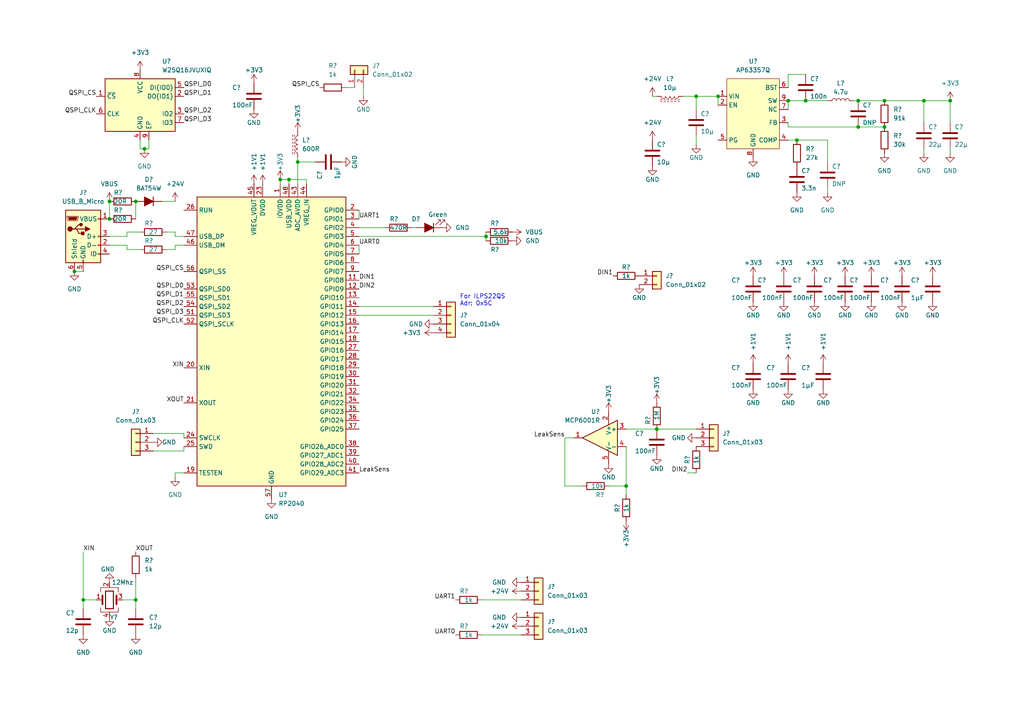
<source format=kicad_sch>
(kicad_sch (version 20211123) (generator eeschema)
  (paper "A4")
  (lib_symbols
    (symbol "Amplifier_Operational:MCP6001R" (pin_names (offset 0.127))
      (property "Reference" "U" (at 0 5.08 0))
      (property "Value" "MCP6001R" (at 0 -5.08 0))
      (symbol "MCP6001R_0_1"
        (polyline (pts (xy -5.08 5.08) (xy 5.08 0) (xy -5.08 -5.08) (xy -5.08 5.08)) (stroke (width 0.254)) (fill (type background)))
        (pin power_in line (at -2.54 7.62 270) (length 3.81) (name "V+") (number "2"))
        (pin power_in line (at -2.54 -7.62 90) (length 3.81) (name "V-") (number "5"))
      )
      (symbol "MCP6001R_1_1"
        (pin output line (at 7.62 0 180) (length 2.54) (name "~") (number "1"))
        (pin input line (at -7.62 2.54 0) (length 2.54) (name "+") (number "3"))
        (pin input line (at -7.62 -2.54 0) (length 2.54) (name "-") (number "4"))
      )
    )
    (symbol "Bergi:AP63357Q"
      (property "Reference" "U" (at -6.35 11.43 0))
      (property "Value" "AP63357Q" (at -2.54 8.89 0))
      (symbol "AP63357Q_0_1"
        (rectangle (start -7.62 7.62) (end 7.62 -12.7) (fill (type background)))
      )
      (symbol "AP63357Q_1_1"
        (pin unspecified line (at -10.16 2.54 0) (length 2.54) (name "VIN") (number "1"))
        (pin unspecified line (at -10.16 0 0) (length 2.54) (name "EN") (number "2"))
        (pin unspecified line (at 10.16 -5.08 180) (length 2.54) (name "FB") (number "3"))
        (pin unspecified line (at 10.16 -10.16 180) (length 2.54) (name "COMP") (number "4"))
        (pin unspecified line (at -10.16 -10.16 0) (length 2.54) (name "PG") (number "5"))
        (pin unspecified line (at 10.16 5.08 180) (length 2.54) (name "BST") (number "6"))
        (pin unspecified line (at 10.16 -1.27 180) (length 2.54) (name "NC") (number "7"))
        (pin unspecified line (at 0 -15.24 90) (length 2.54) (name "GND") (number "8"))
        (pin unspecified line (at 10.16 1.27 180) (length 2.54) (name "SW") (number "9"))
      )
    )
    (symbol "Bergi:W25Q16JVUXIQ"
      (property "Reference" "U" (at -8.89 8.89 0))
      (property "Value" "W25Q16JVUXIQ" (at 7.62 8.89 0))
      (symbol "W25Q16JVUXIQ_0_1"
        (rectangle (start -10.16 7.62) (end 10.16 -7.62) (stroke (width 0.254)) (fill (type background)))
      )
      (symbol "W25Q16JVUXIQ_1_1"
        (pin input line (at -12.7 2.54 0) (length 2.54) (name "~{CS}") (number "1"))
        (pin bidirectional line (at 12.7 2.54 180) (length 2.54) (name "DO(IO1)") (number "2"))
        (pin bidirectional line (at 12.7 -2.54 180) (length 2.54) (name "IO2") (number "3"))
        (pin power_in line (at 0 -10.16 90) (length 2.54) (name "GND") (number "4"))
        (pin bidirectional line (at 12.7 5.08 180) (length 2.54) (name "DI(IO0)") (number "5"))
        (pin input line (at -12.7 -2.54 0) (length 2.54) (name "CLK") (number "6"))
        (pin bidirectional line (at 12.7 -5.08 180) (length 2.54) (name "IO3") (number "7"))
        (pin power_in line (at 0 10.16 270) (length 2.54) (name "VCC") (number "8"))
        (pin passive line (at 2.54 -10.16 90) (length 2.54) (name "EP") (number "9"))
      )
    )
    (symbol "Connector:USB_B_Micro" (pin_names (offset 1.016))
      (property "Reference" "J" (at -5.08 11.43 0))
      (property "Value" "USB_B_Micro" (at -5.08 8.89 0))
      (symbol "USB_B_Micro_0_1"
        (rectangle (start -5.08 -7.62) (end 5.08 7.62) (stroke (width 0.254)) (fill (type background)))
        (circle (center -3.81 2.159) (radius 0.635) (stroke (width 0.254)) (fill (type outline)))
        (circle (center -0.635 3.429) (radius 0.381) (stroke (width 0.254)) (fill (type outline)))
        (rectangle (start -0.127 -7.62) (end 0.127 -6.858))
        (polyline (pts (xy -1.905 2.159) (xy 0.635 2.159)) (stroke (width 0.254)))
        (polyline (pts (xy -3.175 2.159) (xy -2.54 2.159) (xy -1.27 3.429) (xy -0.635 3.429)) (stroke (width 0.254)))
        (polyline (pts (xy -2.54 2.159) (xy -1.905 2.159) (xy -1.27 0.889) (xy 0 0.889)) (stroke (width 0.254)))
        (polyline (pts (xy 0.635 2.794) (xy 0.635 1.524) (xy 1.905 2.159) (xy 0.635 2.794)) (stroke (width 0.254)) (fill (type outline)))
        (polyline (pts (xy -4.318 5.588) (xy -1.778 5.588) (xy -2.032 4.826) (xy -4.064 4.826) (xy -4.318 5.588)) (fill (type outline)))
        (polyline (pts (xy -4.699 5.842) (xy -4.699 5.588) (xy -4.445 4.826) (xy -4.445 4.572) (xy -1.651 4.572) (xy -1.651 4.826) (xy -1.397 5.588) (xy -1.397 5.842) (xy -4.699 5.842)))
        (rectangle (start 0.254 1.27) (end -0.508 0.508) (stroke (width 0.254)) (fill (type outline)))
        (rectangle (start 5.08 -5.207) (end 4.318 -4.953))
        (rectangle (start 5.08 -2.667) (end 4.318 -2.413))
        (rectangle (start 5.08 -0.127) (end 4.318 0.127))
        (rectangle (start 5.08 4.953) (end 4.318 5.207))
      )
      (symbol "USB_B_Micro_1_1"
        (pin power_out line (at 7.62 5.08 180) (length 2.54) (name "VBUS") (number "1"))
        (pin bidirectional line (at 7.62 -2.54 180) (length 2.54) (name "D-") (number "2"))
        (pin bidirectional line (at 7.62 0 180) (length 2.54) (name "D+") (number "3"))
        (pin passive line (at 7.62 -5.08 180) (length 2.54) (name "ID") (number "4"))
        (pin power_out line (at 0 -10.16 90) (length 2.54) (name "GND") (number "5"))
        (pin passive line (at -2.54 -10.16 90) (length 2.54) (name "Shield") (number "6"))
      )
    )
    (symbol "Connector_Generic:Conn_01x02" (pin_names (offset 1.016) hide)
      (property "Reference" "J" (at 0 2.54 0))
      (property "Value" "Conn_01x02" (at 0 -5.08 0))
      (symbol "Conn_01x02_1_1"
        (rectangle (start -1.27 -2.413) (end 0 -2.667) (stroke (width 0.1524)))
        (rectangle (start -1.27 0.127) (end 0 -0.127) (stroke (width 0.1524)))
        (rectangle (start -1.27 1.27) (end 1.27 -3.81) (stroke (width 0.254)) (fill (type background)))
        (pin passive line (at -5.08 0 0) (length 3.81) (name "Pin_1") (number "1"))
        (pin passive line (at -5.08 -2.54 0) (length 3.81) (name "Pin_2") (number "2"))
      )
    )
    (symbol "Connector_Generic:Conn_01x03" (pin_names (offset 1.016) hide)
      (property "Reference" "J" (at 0 5.08 0))
      (property "Value" "Conn_01x03" (at 0 -5.08 0))
      (symbol "Conn_01x03_1_1"
        (rectangle (start -1.27 -2.413) (end 0 -2.667) (stroke (width 0.1524)))
        (rectangle (start -1.27 0.127) (end 0 -0.127) (stroke (width 0.1524)))
        (rectangle (start -1.27 2.667) (end 0 2.413) (stroke (width 0.1524)))
        (rectangle (start -1.27 3.81) (end 1.27 -3.81) (stroke (width 0.254)) (fill (type background)))
        (pin passive line (at -5.08 2.54 0) (length 3.81) (name "Pin_1") (number "1"))
        (pin passive line (at -5.08 0 0) (length 3.81) (name "Pin_2") (number "2"))
        (pin passive line (at -5.08 -2.54 0) (length 3.81) (name "Pin_3") (number "3"))
      )
    )
    (symbol "Connector_Generic:Conn_01x04" (pin_names (offset 1.016) hide)
      (property "Reference" "J" (at 0 5.08 0))
      (property "Value" "Conn_01x04" (at 0 -7.62 0))
      (symbol "Conn_01x04_1_1"
        (rectangle (start -1.27 -4.953) (end 0 -5.207) (stroke (width 0.1524)))
        (rectangle (start -1.27 -2.413) (end 0 -2.667) (stroke (width 0.1524)))
        (rectangle (start -1.27 0.127) (end 0 -0.127) (stroke (width 0.1524)))
        (rectangle (start -1.27 2.667) (end 0 2.413) (stroke (width 0.1524)))
        (rectangle (start -1.27 3.81) (end 1.27 -6.35) (stroke (width 0.254)) (fill (type background)))
        (pin passive line (at -5.08 2.54 0) (length 3.81) (name "Pin_1") (number "1"))
        (pin passive line (at -5.08 0 0) (length 3.81) (name "Pin_2") (number "2"))
        (pin passive line (at -5.08 -2.54 0) (length 3.81) (name "Pin_3") (number "3"))
        (pin passive line (at -5.08 -5.08 0) (length 3.81) (name "Pin_4") (number "4"))
      )
    )
    (symbol "Device:C" (pin_numbers hide) (pin_names (offset 0.254))
      (property "Reference" "C" (at 0.635 2.54 0))
      (property "Value" "C" (at 0.635 -2.54 0))
      (symbol "C_0_1"
        (polyline (pts (xy -2.032 -0.762) (xy 2.032 -0.762)) (stroke (width 0.508)))
        (polyline (pts (xy -2.032 0.762) (xy 2.032 0.762)) (stroke (width 0.508)))
      )
      (symbol "C_1_1"
        (pin passive line (at 0 3.81 270) (length 2.794) (name "~") (number "1"))
        (pin passive line (at 0 -3.81 90) (length 2.794) (name "~") (number "2"))
      )
    )
    (symbol "Device:Crystal_GND24" (pin_names (offset 1.016) hide)
      (property "Reference" "Y" (at 3.175 5.08 0))
      (property "Value" "Crystal_GND24" (at 3.175 3.175 0))
      (symbol "Crystal_GND24_0_1"
        (rectangle (start -1.143 2.54) (end 1.143 -2.54) (stroke (width 0.3048)))
        (polyline (pts (xy -2.54 0) (xy -2.032 0)))
        (polyline (pts (xy -2.032 -1.27) (xy -2.032 1.27)) (stroke (width 0.508)))
        (polyline (pts (xy 0 -3.81) (xy 0 -3.556)))
        (polyline (pts (xy 0 3.556) (xy 0 3.81)))
        (polyline (pts (xy 2.032 -1.27) (xy 2.032 1.27)) (stroke (width 0.508)))
        (polyline (pts (xy 2.032 0) (xy 2.54 0)))
        (polyline (pts (xy -2.54 -2.286) (xy -2.54 -3.556) (xy 2.54 -3.556) (xy 2.54 -2.286)))
        (polyline (pts (xy -2.54 2.286) (xy -2.54 3.556) (xy 2.54 3.556) (xy 2.54 2.286)))
      )
      (symbol "Crystal_GND24_1_1"
        (pin passive line (at -3.81 0 0) (length 1.27) (name "1") (number "1"))
        (pin passive line (at 0 5.08 270) (length 1.27) (name "2") (number "2"))
        (pin passive line (at 3.81 0 180) (length 1.27) (name "3") (number "3"))
        (pin passive line (at 0 -5.08 90) (length 1.27) (name "4") (number "4"))
      )
    )
    (symbol "Device:D_Filled" (pin_numbers hide) (pin_names (offset 1.016) hide)
      (property "Reference" "D" (at 0 2.54 0))
      (property "Value" "D_Filled" (at 0 -2.54 0))
      (symbol "D_Filled_0_1"
        (polyline (pts (xy -1.27 1.27) (xy -1.27 -1.27)) (stroke (width 0.254)))
        (polyline (pts (xy 1.27 0) (xy -1.27 0)))
        (polyline (pts (xy 1.27 1.27) (xy 1.27 -1.27) (xy -1.27 0) (xy 1.27 1.27)) (stroke (width 0.254)) (fill (type outline)))
      )
      (symbol "D_Filled_1_1"
        (pin passive line (at -3.81 0 0) (length 2.54) (name "K") (number "1"))
        (pin passive line (at 3.81 0 180) (length 2.54) (name "A") (number "2"))
      )
    )
    (symbol "Device:L" (pin_numbers hide) (pin_names (offset 1.016) hide)
      (property "Reference" "L" (at -1.27 0 90))
      (property "Value" "L" (at 1.905 0 90))
      (symbol "L_0_1"
        (arc (start 0 -2.54) (mid 0.635 -1.905) (end 0 -1.27))
        (arc (start 0 -1.27) (mid 0.635 -0.635) (end 0 0))
        (arc (start 0 0) (mid 0.635 0.635) (end 0 1.27))
        (arc (start 0 1.27) (mid 0.635 1.905) (end 0 2.54))
      )
      (symbol "L_1_1"
        (pin passive line (at 0 3.81 270) (length 1.27) (name "1") (number "1"))
        (pin passive line (at 0 -3.81 90) (length 1.27) (name "2") (number "2"))
      )
    )
    (symbol "Device:LED_Filled" (pin_numbers hide) (pin_names (offset 1.016) hide)
      (property "Reference" "D" (at 0 2.54 0))
      (property "Value" "LED_Filled" (at 0 -2.54 0))
      (symbol "LED_Filled_0_1"
        (polyline (pts (xy -1.27 -1.27) (xy -1.27 1.27)) (stroke (width 0.254)))
        (polyline (pts (xy -1.27 0) (xy 1.27 0)))
        (polyline (pts (xy 1.27 -1.27) (xy 1.27 1.27) (xy -1.27 0) (xy 1.27 -1.27)) (stroke (width 0.254)) (fill (type outline)))
        (polyline (pts (xy -3.048 -0.762) (xy -4.572 -2.286) (xy -3.81 -2.286) (xy -4.572 -2.286) (xy -4.572 -1.524)))
        (polyline (pts (xy -1.778 -0.762) (xy -3.302 -2.286) (xy -2.54 -2.286) (xy -3.302 -2.286) (xy -3.302 -1.524)))
      )
      (symbol "LED_Filled_1_1"
        (pin passive line (at -3.81 0 0) (length 2.54) (name "K") (number "1"))
        (pin passive line (at 3.81 0 180) (length 2.54) (name "A") (number "2"))
      )
    )
    (symbol "Device:L_Ferrite" (pin_numbers hide) (pin_names (offset 1.016) hide)
      (property "Reference" "L" (at -1.27 0 90))
      (property "Value" "L_Ferrite" (at 2.794 0 90))
      (symbol "L_Ferrite_0_1"
        (arc (start 0 -2.54) (mid 0.635 -1.905) (end 0 -1.27))
        (arc (start 0 -1.27) (mid 0.635 -0.635) (end 0 0))
        (polyline (pts (xy 1.016 -2.794) (xy 1.016 -2.286)))
        (polyline (pts (xy 1.016 -1.778) (xy 1.016 -1.27)))
        (polyline (pts (xy 1.016 -0.762) (xy 1.016 -0.254)))
        (polyline (pts (xy 1.016 0.254) (xy 1.016 0.762)))
        (polyline (pts (xy 1.016 1.27) (xy 1.016 1.778)))
        (polyline (pts (xy 1.016 2.286) (xy 1.016 2.794)))
        (polyline (pts (xy 1.524 -2.286) (xy 1.524 -2.794)))
        (polyline (pts (xy 1.524 -1.27) (xy 1.524 -1.778)))
        (polyline (pts (xy 1.524 -0.254) (xy 1.524 -0.762)))
        (polyline (pts (xy 1.524 0.762) (xy 1.524 0.254)))
        (polyline (pts (xy 1.524 1.778) (xy 1.524 1.27)))
        (polyline (pts (xy 1.524 2.794) (xy 1.524 2.286)))
        (arc (start 0 0) (mid 0.635 0.635) (end 0 1.27))
        (arc (start 0 1.27) (mid 0.635 1.905) (end 0 2.54))
      )
      (symbol "L_Ferrite_1_1"
        (pin passive line (at 0 3.81 270) (length 1.27) (name "1") (number "1"))
        (pin passive line (at 0 -3.81 90) (length 1.27) (name "2") (number "2"))
      )
    )
    (symbol "Device:R" (pin_numbers hide) (pin_names (offset 0))
      (property "Reference" "R" (at 2.032 0 90))
      (property "Value" "R" (at 0 0 90))
      (symbol "R_0_1"
        (rectangle (start -1.016 -2.54) (end 1.016 2.54) (stroke (width 0.254)))
      )
      (symbol "R_1_1"
        (pin passive line (at 0 3.81 270) (length 1.27) (name "~") (number "1"))
        (pin passive line (at 0 -3.81 90) (length 1.27) (name "~") (number "2"))
      )
    )
    (symbol "MCU_RaspberryPi:RP2040"
      (property "Reference" "U" (at 17.78 45.72 0))
      (property "Value" "RP2040" (at 17.78 43.18 0))
      (symbol "RP2040_0_1"
        (rectangle (start -21.59 41.91) (end 21.59 -41.91) (stroke (width 0.254)) (fill (type background)))
      )
      (symbol "RP2040_1_1"
        (pin power_in line (at 2.54 45.72 270) (length 3.81) (name "IOVDD") (number "1"))
        (pin passive line (at 2.54 45.72 270) (length 3.81) hide (name "IOVDD") (number "10"))
        (pin bidirectional line (at 25.4 17.78 180) (length 3.81) (name "GPIO8") (number "11"))
        (pin bidirectional line (at 25.4 15.24 180) (length 3.81) (name "GPIO9") (number "12"))
        (pin bidirectional line (at 25.4 12.7 180) (length 3.81) (name "GPIO10") (number "13"))
        (pin bidirectional line (at 25.4 10.16 180) (length 3.81) (name "GPIO11") (number "14"))
        (pin bidirectional line (at 25.4 7.62 180) (length 3.81) (name "GPIO12") (number "15"))
        (pin bidirectional line (at 25.4 5.08 180) (length 3.81) (name "GPIO13") (number "16"))
        (pin bidirectional line (at 25.4 2.54 180) (length 3.81) (name "GPIO14") (number "17"))
        (pin bidirectional line (at 25.4 0 180) (length 3.81) (name "GPIO15") (number "18"))
        (pin input line (at -25.4 -38.1 0) (length 3.81) (name "TESTEN") (number "19"))
        (pin bidirectional line (at 25.4 38.1 180) (length 3.81) (name "GPIO0") (number "2"))
        (pin input line (at -25.4 -7.62 0) (length 3.81) (name "XIN") (number "20"))
        (pin passive line (at -25.4 -17.78 0) (length 3.81) (name "XOUT") (number "21"))
        (pin passive line (at 2.54 45.72 270) (length 3.81) hide (name "IOVDD") (number "22"))
        (pin power_in line (at -2.54 45.72 270) (length 3.81) (name "DVDD") (number "23"))
        (pin output line (at -25.4 -27.94 0) (length 3.81) (name "SWCLK") (number "24"))
        (pin bidirectional line (at -25.4 -30.48 0) (length 3.81) (name "SWD") (number "25"))
        (pin input line (at -25.4 38.1 0) (length 3.81) (name "RUN") (number "26"))
        (pin bidirectional line (at 25.4 -2.54 180) (length 3.81) (name "GPIO16") (number "27"))
        (pin bidirectional line (at 25.4 -5.08 180) (length 3.81) (name "GPIO17") (number "28"))
        (pin bidirectional line (at 25.4 -7.62 180) (length 3.81) (name "GPIO18") (number "29"))
        (pin bidirectional line (at 25.4 35.56 180) (length 3.81) (name "GPIO1") (number "3"))
        (pin bidirectional line (at 25.4 -10.16 180) (length 3.81) (name "GPIO19") (number "30"))
        (pin bidirectional line (at 25.4 -12.7 180) (length 3.81) (name "GPIO20") (number "31"))
        (pin bidirectional line (at 25.4 -15.24 180) (length 3.81) (name "GPIO21") (number "32"))
        (pin passive line (at 2.54 45.72 270) (length 3.81) hide (name "IOVDD") (number "33"))
        (pin bidirectional line (at 25.4 -17.78 180) (length 3.81) (name "GPIO22") (number "34"))
        (pin bidirectional line (at 25.4 -20.32 180) (length 3.81) (name "GPIO23") (number "35"))
        (pin bidirectional line (at 25.4 -22.86 180) (length 3.81) (name "GPIO24") (number "36"))
        (pin bidirectional line (at 25.4 -25.4 180) (length 3.81) (name "GPIO25") (number "37"))
        (pin bidirectional line (at 25.4 -30.48 180) (length 3.81) (name "GPIO26_ADC0") (number "38"))
        (pin bidirectional line (at 25.4 -33.02 180) (length 3.81) (name "GPIO27_ADC1") (number "39"))
        (pin bidirectional line (at 25.4 33.02 180) (length 3.81) (name "GPIO2") (number "4"))
        (pin bidirectional line (at 25.4 -35.56 180) (length 3.81) (name "GPIO28_ADC2") (number "40"))
        (pin bidirectional line (at 25.4 -38.1 180) (length 3.81) (name "GPIO29_ADC3") (number "41"))
        (pin passive line (at 2.54 45.72 270) (length 3.81) hide (name "IOVDD") (number "42"))
        (pin power_in line (at 7.62 45.72 270) (length 3.81) (name "ADC_AVDD") (number "43"))
        (pin power_in line (at 10.16 45.72 270) (length 3.81) (name "VREG_IN") (number "44"))
        (pin power_out line (at -5.08 45.72 270) (length 3.81) (name "VREG_VOUT") (number "45"))
        (pin bidirectional line (at -25.4 27.94 0) (length 3.81) (name "USB_DM") (number "46"))
        (pin bidirectional line (at -25.4 30.48 0) (length 3.81) (name "USB_DP") (number "47"))
        (pin power_in line (at 5.08 45.72 270) (length 3.81) (name "USB_VDD") (number "48"))
        (pin passive line (at 2.54 45.72 270) (length 3.81) hide (name "IOVDD") (number "49"))
        (pin bidirectional line (at 25.4 30.48 180) (length 3.81) (name "GPIO3") (number "5"))
        (pin passive line (at -2.54 45.72 270) (length 3.81) hide (name "DVDD") (number "50"))
        (pin bidirectional line (at -25.4 7.62 0) (length 3.81) (name "QSPI_SD3") (number "51"))
        (pin output line (at -25.4 5.08 0) (length 3.81) (name "QSPI_SCLK") (number "52"))
        (pin bidirectional line (at -25.4 15.24 0) (length 3.81) (name "QSPI_SD0") (number "53"))
        (pin bidirectional line (at -25.4 10.16 0) (length 3.81) (name "QSPI_SD2") (number "54"))
        (pin bidirectional line (at -25.4 12.7 0) (length 3.81) (name "QSPI_SD1") (number "55"))
        (pin bidirectional line (at -25.4 20.32 0) (length 3.81) (name "QSPI_SS") (number "56"))
        (pin power_in line (at 0 -45.72 90) (length 3.81) (name "GND") (number "57"))
        (pin bidirectional line (at 25.4 27.94 180) (length 3.81) (name "GPIO4") (number "6"))
        (pin bidirectional line (at 25.4 25.4 180) (length 3.81) (name "GPIO5") (number "7"))
        (pin bidirectional line (at 25.4 22.86 180) (length 3.81) (name "GPIO6") (number "8"))
        (pin bidirectional line (at 25.4 20.32 180) (length 3.81) (name "GPIO7") (number "9"))
      )
    )
    (symbol "power:+1V1" (power) (pin_names (offset 0))
      (property "Value" "+1V1" (at 0 3.556 0))
      (symbol "+1V1_0_1"
        (polyline (pts (xy -0.762 1.27) (xy 0 2.54)))
        (polyline (pts (xy 0 0) (xy 0 2.54)))
        (polyline (pts (xy 0 2.54) (xy 0.762 1.27)))
      )
      (symbol "+1V1_1_1"
        (pin power_in line (at 0 0 90) (length 0) hide (name "+1V1") (number "1"))
      )
    )
    (symbol "power:+24V" (power) (pin_names (offset 0))
      (property "Value" "+24V" (at 0 3.556 0))
      (symbol "+24V_0_1"
        (polyline (pts (xy -0.762 1.27) (xy 0 2.54)))
        (polyline (pts (xy 0 0) (xy 0 2.54)))
        (polyline (pts (xy 0 2.54) (xy 0.762 1.27)))
      )
      (symbol "+24V_1_1"
        (pin power_in line (at 0 0 90) (length 0) hide (name "+24V") (number "1"))
      )
    )
    (symbol "power:+3V3" (power) (pin_names (offset 0))
      (property "Value" "+3V3" (at 0 3.556 0))
      (symbol "+3V3_0_1"
        (polyline (pts (xy -0.762 1.27) (xy 0 2.54)))
        (polyline (pts (xy 0 0) (xy 0 2.54)))
        (polyline (pts (xy 0 2.54) (xy 0.762 1.27)))
      )
      (symbol "+3V3_1_1"
        (pin power_in line (at 0 0 90) (length 0) hide (name "+3V3") (number "1"))
      )
    )
    (symbol "power:GND" (power) (pin_names (offset 0))
      (property "Value" "GND" (at 0 -3.81 0))
      (symbol "GND_0_1"
        (polyline (pts (xy 0 0) (xy 0 -1.27) (xy 1.27 -1.27) (xy 0 -2.54) (xy -1.27 -1.27) (xy 0 -1.27)))
      )
      (symbol "GND_1_1"
        (pin power_in line (at 0 0 270) (length 0) hide (name "GND") (number "1"))
      )
    )
    (symbol "power:VBUS" (power) (pin_names (offset 0))
      (property "Value" "VBUS" (at 0 3.81 0))
      (symbol "VBUS_0_1"
        (polyline (pts (xy -0.762 1.27) (xy 0 2.54)))
        (polyline (pts (xy 0 0) (xy 0 2.54)))
        (polyline (pts (xy 0 2.54) (xy 0.762 1.27)))
      )
      (symbol "VBUS_1_1"
        (pin power_in line (at 0 0 90) (length 0) hide (name "VBUS") (number "1"))
      )
    )
  )
  (junction (at 208.28 27.94))
  (junction (at 256.54 29.21))
  (junction (at 41.91 43.18))
  (junction (at 39.37 173.99))
  (junction (at 31.75 58.42))
  (junction (at 140.97 68.58))
  (junction (at 256.54 36.83))
  (junction (at 86.36 46.99))
  (junction (at 181.61 140.97))
  (junction (at 39.37 58.42))
  (junction (at 267.97 29.21))
  (junction (at 31.75 63.5))
  (junction (at 24.13 173.99))
  (junction (at 201.93 27.94))
  (junction (at 21.59 78.74))
  (junction (at 190.5 124.46))
  (junction (at 81.28 52.07))
  (junction (at 231.14 40.64))
  (junction (at 233.68 29.21))
  (junction (at 248.92 29.21))
  (junction (at 275.59 29.21))
  (junction (at 248.92 36.83))
  (junction (at 83.82 52.07))
  (junction (at 228.6 29.21))
  (wire (pts (xy 53.34 130.81) (xy 53.34 129.54)))
  (wire (pts (xy 208.28 27.94) (xy 208.28 30.48)))
  (wire (pts (xy 228.6 31.75) (xy 228.6 29.21)))
  (wire (pts (xy 50.8 72.39) (xy 50.8 71.12)))
  (wire (pts (xy 31.75 71.12) (xy 36.83 71.12)))
  (wire (pts (xy 83.82 52.07) (xy 83.82 53.34)))
  (wire (pts (xy 163.83 140.97) (xy 163.83 127)))
  (wire (pts (xy 198.12 27.94) (xy 201.93 27.94)))
  (wire (pts (xy 83.82 52.07) (xy 88.9 52.07)))
  (wire (pts (xy 140.97 67.31) (xy 140.97 68.58)))
  (wire (pts (xy 86.36 45.72) (xy 86.36 46.99)))
  (wire (pts (xy 248.92 36.83) (xy 256.54 36.83)))
  (wire (pts (xy 50.8 67.31) (xy 48.26 67.31)))
  (wire (pts (xy 190.5 124.46) (xy 201.93 124.46)))
  (wire (pts (xy 50.8 71.12) (xy 53.34 71.12)))
  (wire (pts (xy 228.6 29.21) (xy 233.68 29.21)))
  (wire (pts (xy 50.8 138.43) (xy 50.8 137.16)))
  (wire (pts (xy 88.9 52.07) (xy 88.9 53.34)))
  (wire (pts (xy 201.93 27.94) (xy 208.28 27.94)))
  (wire (pts (xy 163.83 127) (xy 166.37 127)))
  (wire (pts (xy 81.28 52.07) (xy 83.82 52.07)))
  (wire (pts (xy 39.37 58.42) (xy 39.37 63.5)))
  (wire (pts (xy 81.28 52.07) (xy 81.28 53.34)))
  (wire (pts (xy 240.03 55.88) (xy 240.03 54.61)))
  (wire (pts (xy 119.38 66.04) (xy 120.65 66.04)))
  (wire (pts (xy 36.83 72.39) (xy 40.64 72.39)))
  (wire (pts (xy 48.26 72.39) (xy 50.8 72.39)))
  (wire (pts (xy 35.56 173.99) (xy 39.37 173.99)))
  (wire (pts (xy 24.13 176.53) (xy 24.13 173.99)))
  (wire (pts (xy 181.61 140.97) (xy 181.61 143.51)))
  (wire (pts (xy 53.34 125.73) (xy 44.45 125.73)))
  (wire (pts (xy 39.37 167.64) (xy 39.37 173.99)))
  (wire (pts (xy 228.6 36.83) (xy 248.92 36.83)))
  (wire (pts (xy 40.64 40.64) (xy 40.64 43.18)))
  (wire (pts (xy 50.8 137.16) (xy 53.34 137.16)))
  (wire (pts (xy 201.93 31.75) (xy 201.93 27.94)))
  (wire (pts (xy 139.7 184.15) (xy 151.13 184.15)))
  (wire (pts (xy 267.97 44.45) (xy 267.97 43.18)))
  (wire (pts (xy 100.33 25.4) (xy 102.87 25.4)))
  (wire (pts (xy 43.18 43.18) (xy 43.18 40.64)))
  (wire (pts (xy 231.14 40.64) (xy 228.6 40.64)))
  (wire (pts (xy 228.6 35.56) (xy 228.6 36.83)))
  (wire (pts (xy 41.91 43.18) (xy 43.18 43.18)))
  (wire (pts (xy 40.64 67.31) (xy 36.83 67.31)))
  (wire (pts (xy 36.83 67.31) (xy 36.83 68.58)))
  (wire (pts (xy 24.13 173.99) (xy 27.94 173.99)))
  (wire (pts (xy 201.93 41.91) (xy 201.93 39.37)))
  (wire (pts (xy 53.34 127) (xy 53.34 125.73)))
  (wire (pts (xy 267.97 29.21) (xy 267.97 35.56)))
  (wire (pts (xy 46.99 58.42) (xy 50.8 58.42)))
  (wire (pts (xy 228.6 25.4) (xy 228.6 21.59)))
  (wire (pts (xy 39.37 173.99) (xy 39.37 176.53)))
  (wire (pts (xy 36.83 68.58) (xy 31.75 68.58)))
  (wire (pts (xy 233.68 29.21) (xy 240.03 29.21)))
  (wire (pts (xy 275.59 35.56) (xy 275.59 29.21)))
  (wire (pts (xy 31.75 63.5) (xy 31.75 58.42)))
  (wire (pts (xy 86.36 46.99) (xy 91.44 46.99)))
  (wire (pts (xy 240.03 40.64) (xy 231.14 40.64)))
  (wire (pts (xy 275.59 44.45) (xy 275.59 43.18)))
  (wire (pts (xy 176.53 140.97) (xy 181.61 140.97)))
  (wire (pts (xy 40.64 43.18) (xy 41.91 43.18)))
  (wire (pts (xy 105.41 25.4) (xy 105.41 27.94)))
  (wire (pts (xy 189.23 27.94) (xy 190.5 27.94)))
  (wire (pts (xy 44.45 130.81) (xy 53.34 130.81)))
  (wire (pts (xy 21.59 78.74) (xy 24.13 78.74)))
  (wire (pts (xy 104.14 68.58) (xy 140.97 68.58)))
  (wire (pts (xy 104.14 91.44) (xy 125.73 91.44)))
  (wire (pts (xy 201.93 137.16) (xy 199.39 137.16)))
  (wire (pts (xy 275.59 29.21) (xy 267.97 29.21)))
  (wire (pts (xy 256.54 29.21) (xy 267.97 29.21)))
  (wire (pts (xy 86.36 46.99) (xy 86.36 53.34)))
  (wire (pts (xy 24.13 160.02) (xy 24.13 173.99)))
  (wire (pts (xy 36.83 71.12) (xy 36.83 72.39)))
  (wire (pts (xy 181.61 124.46) (xy 190.5 124.46)))
  (wire (pts (xy 104.14 60.96) (xy 104.14 63.5)))
  (wire (pts (xy 228.6 21.59) (xy 233.68 21.59)))
  (wire (pts (xy 139.7 173.99) (xy 151.13 173.99)))
  (wire (pts (xy 248.92 29.21) (xy 256.54 29.21)))
  (wire (pts (xy 168.91 140.97) (xy 163.83 140.97)))
  (wire (pts (xy 240.03 46.99) (xy 240.03 40.64)))
  (wire (pts (xy 247.65 29.21) (xy 248.92 29.21)))
  (wire (pts (xy 104.14 66.04) (xy 111.76 66.04)))
  (wire (pts (xy 181.61 129.54) (xy 181.61 140.97)))
  (wire (pts (xy 104.14 88.9) (xy 125.73 88.9)))
  (wire (pts (xy 104.14 71.12) (xy 104.14 73.66)))
  (wire (pts (xy 140.97 68.58) (xy 140.97 69.85)))
  (wire (pts (xy 50.8 68.58) (xy 50.8 67.31)))
  (wire (pts (xy 53.34 68.58) (xy 50.8 68.58)))
  (text "For ILPS22QS\nAdr: 0x5C" (at 133.35 88.9 0) (effects (font (size 1.27 1.27)) (justify left bottom)))
  (label "QSPI_D1" (at 53.34 86.36 180))
  (label "XOUT" (at 39.37 160.02 0))
  (label "XIN" (at 53.34 106.68 180))
  (label "QSPI_D2" (at 53.34 88.9 180))
  (label "UART0" (at 132.08 184.15 180))
  (label "QSPI_D3" (at 53.34 91.44 180))
  (label "QSPI_CLK" (at 53.34 93.98 180))
  (label "DIN2" (at 199.39 137.16 180))
  (label "DIN2" (at 104.14 83.82 0))
  (label "UART0" (at 104.14 71.12 0))
  (label "XIN" (at 24.13 160.02 0))
  (label "LeakSens" (at 163.83 127 180))
  (label "QSPI_CS" (at 53.34 78.74 180))
  (label "QSPI_D1" (at 53.34 27.94 0))
  (label "UART1" (at 104.14 63.5 0))
  (label "QSPI_D0" (at 53.34 83.82 180))
  (label "DIN1" (at 104.14 81.28 0))
  (label "DIN1" (at 177.8 80.01 180))
  (label "XOUT" (at 53.34 116.84 180))
  (label "QSPI_D3" (at 53.34 35.56 0))
  (label "QSPI_D2" (at 53.34 33.02 0))
  (label "QSPI_CS" (at 27.94 27.94 180))
  (label "QSPI_D0" (at 53.34 25.4 0))
  (label "QSPI_CS" (at 92.71 25.4 180))
  (label "LeakSens" (at 104.14 137.16 0))
  (label "UART1" (at 132.08 173.99 180))
  (label "QSPI_CLK" (at 27.94 33.02 180))
  (symbol (lib_id "Device:R") (at 44.45 67.31 90) (unit 1)
    (property "Reference" "R?" (at 43.18 64.77 90))
    (property "Value" "27" (at 44.45 67.31 90))
    (property "Footprint" "Resistor_SMD:R_0603_1608Metric" (effects hide))
  )
  (symbol (lib_id "MCU_RaspberryPi:RP2040") (at 78.74 99.06 0) (unit 1)
    (property "Reference" "U?" (at 80.7594 143.51 0) (effects (justify left)))
    (property "Value" "RP2040" (at 80.7594 146.05 0) (effects (justify left)))
    (property "Footprint" "Package_DFN_QFN:QFN-56-1EP_7x7mm_P0.4mm_EP3.2x3.2mm" (effects hide))
    (property "Datasheet" "https://datasheets.raspberrypi.com/rp2040/rp2040-datasheet.pdf" (effects hide))
  )
  (symbol (lib_id "power:GND") (at 261.62 87.63 0) (unit 1)
    (property "Reference" "#PWR?" (effects hide))
    (property "Value" "GND" (at 261.62 91.44 0))
  )
  (symbol (lib_id "Device:L_Ferrite") (at 86.36 41.91 180) (unit 1)
    (property "Reference" "L?" (at 87.63 40.6399 0) (effects (justify right)))
    (property "Value" "600R" (at 87.63 43.1799 0) (effects (justify right)))
  )
  (symbol (lib_id "power:GND") (at 78.74 144.78 0) (unit 1)
    (property "Reference" "#PWR?" (effects hide))
    (property "Value" "GND" (at 78.74 149.86 0))
  )
  (symbol (lib_id "Device:R") (at 256.54 33.02 0) (unit 1)
    (property "Reference" "R?" (at 259.08 31.7499 0) (effects (justify left)))
    (property "Value" "91k" (at 259.08 34.2899 0) (effects (justify left)))
    (property "Footprint" "Resistor_SMD:R_0603_1608Metric" (effects hide))
  )
  (symbol (lib_id "power:+3V3") (at 245.11 80.01 0) (unit 1)
    (property "Reference" "#PWR?" (effects hide))
    (property "Value" "+3V3" (at 245.11 76.2 0))
  )
  (symbol (lib_id "power:GND") (at 190.5 132.08 0) (unit 1)
    (property "Reference" "#PWR?" (effects hide))
    (property "Value" "GND" (at 190.5 135.89 0))
  )
  (symbol (lib_id "power:GND") (at 238.76 113.03 0) (unit 1)
    (property "Reference" "#PWR?" (effects hide))
    (property "Value" "GND" (at 238.76 116.84 0))
  )
  (symbol (lib_id "Device:R") (at 181.61 147.32 180) (unit 1)
    (property "Reference" "R?" (at 179.07 147.32 90))
    (property "Value" "1k" (at 181.61 147.32 90))
    (property "Footprint" "Resistor_SMD:R_0603_1608Metric" (effects hide))
  )
  (symbol (lib_id "Device:R") (at 39.37 163.83 0) (unit 1)
    (property "Reference" "R?" (at 41.91 162.5599 0) (effects (justify left)))
    (property "Value" "1k" (at 41.91 165.0999 0) (effects (justify left)))
    (property "Footprint" "Resistor_SMD:R_0603_1608Metric" (effects hide))
  )
  (symbol (lib_id "power:+24V") (at 151.13 181.61 90) (unit 1)
    (property "Reference" "#PWR?" (effects hide))
    (property "Value" "+24V" (at 142.24 181.61 90) (effects (justify right)))
  )
  (symbol (lib_id "power:+24V") (at 189.23 40.64 0) (unit 1)
    (property "Reference" "#PWR?" (effects hide))
    (property "Value" "+24V" (at 189.23 35.56 0))
  )
  (symbol (lib_id "Device:R") (at 96.52 25.4 90) (unit 1)
    (property "Reference" "R?" (at 96.52 19.05 90))
    (property "Value" "1k" (at 96.52 21.59 90))
    (property "Footprint" "Resistor_SMD:R_0603_1608Metric" (effects hide))
  )
  (symbol (lib_id "Device:C") (at 275.59 39.37 180) (unit 1)
    (property "Reference" "C?" (at 276.86 36.83 0) (effects (justify right)))
    (property "Value" "22µ" (at 276.86 41.91 0) (effects (justify right)))
    (property "Footprint" "Capacitor_SMD:C_1206_3216Metric" (effects hide))
  )
  (symbol (lib_id "Device:C") (at 39.37 180.34 0) (unit 1)
    (property "Reference" "C?" (at 43.18 179.0699 0) (effects (justify left)))
    (property "Value" "12p" (at 43.18 181.6099 0) (effects (justify left)))
    (property "Footprint" "Capacitor_SMD:C_0603_1608Metric" (effects hide))
  )
  (symbol (lib_id "Device:R") (at 201.93 133.35 180) (unit 1)
    (property "Reference" "R?" (at 199.39 133.35 90))
    (property "Value" "1k" (at 201.93 133.35 90))
    (property "Footprint" "Resistor_SMD:R_0603_1608Metric" (effects hide))
  )
  (symbol (lib_id "power:GND") (at 231.14 55.88 0) (unit 1)
    (property "Reference" "#PWR?" (effects hide))
    (property "Value" "GND" (at 231.14 60.96 0))
  )
  (symbol (lib_id "power:GND") (at 270.51 87.63 0) (unit 1)
    (property "Reference" "#PWR?" (effects hide))
    (property "Value" "GND" (at 270.51 91.44 0))
  )
  (symbol (lib_id "Device:R") (at 144.78 67.31 270) (unit 1)
    (property "Reference" "R?" (at 144.78 64.77 90) (effects (justify right)))
    (property "Value" "5.6k" (at 147.32 67.31 90) (effects (justify right)))
    (property "Footprint" "Resistor_SMD:R_0603_1608Metric" (effects hide))
  )
  (symbol (lib_id "power:GND") (at 236.22 87.63 0) (unit 1)
    (property "Reference" "#PWR?" (effects hide))
    (property "Value" "GND" (at 236.22 91.44 0))
  )
  (symbol (lib_id "Device:R") (at 181.61 80.01 90) (unit 1)
    (property "Reference" "R?" (at 181.61 77.47 90))
    (property "Value" "1k" (at 181.61 80.01 90))
    (property "Footprint" "Resistor_SMD:R_0603_1608Metric" (effects hide))
  )
  (symbol (lib_id "Connector_Generic:Conn_01x02") (at 190.5 80.01 0) (unit 1)
    (property "Reference" "J?" (at 193.04 80.0099 0) (effects (justify left)))
    (property "Value" "Conn_01x02" (at 193.04 82.5499 0) (effects (justify left)))
    (property "Footprint" "Connector_PinSocket_2.54mm:PinSocket_1x02_P2.54mm_Vertical" (effects hide))
  )
  (symbol (lib_id "power:GND") (at 50.8 138.43 0) (unit 1)
    (property "Reference" "#PWR?" (effects hide))
    (property "Value" "GND" (at 50.8 143.51 0))
  )
  (symbol (lib_id "Device:C") (at 245.11 83.82 0) (unit 1)
    (property "Reference" "C?" (at 238.76 81.28 0) (effects (justify left)))
    (property "Value" "100nF" (at 238.76 86.36 0) (effects (justify left)))
    (property "Footprint" "Capacitor_SMD:C_0603_1608Metric" (effects hide))
  )
  (symbol (lib_id "power:+1V1") (at 76.2 53.34 0) (unit 1)
    (property "Reference" "#PWR?" (effects hide))
    (property "Value" "+1V1" (at 76.2 46.99 90))
  )
  (symbol (lib_id "Connector:USB_B_Micro") (at 24.13 68.58 0) (unit 1)
    (property "Reference" "J?" (at 24.13 55.88 0))
    (property "Value" "USB_B_Micro" (at 24.13 58.42 0))
    (property "Footprint" "Connector_USB:USB_Micro-B_GCT_USB3076-30-A" (effects hide))
    (property "HTN" "USB3076-30, USB3075-30" (effects hide))
  )
  (symbol (lib_id "power:+3V3") (at 181.61 151.13 180) (unit 1)
    (property "Reference" "#PWR?" (effects hide))
    (property "Value" "+3V3" (at 181.61 156.21 90))
  )
  (symbol (lib_id "power:+3V3") (at 40.64 20.32 0) (unit 1)
    (property "Reference" "#PWR?" (effects hide))
    (property "Value" "+3V3" (at 40.64 15.24 0))
  )
  (symbol (lib_id "power:VBUS") (at 31.75 58.42 0) (unit 1)
    (property "Reference" "#PWR?" (effects hide))
    (property "Value" "VBUS" (at 31.75 53.34 0))
  )
  (symbol (lib_id "power:GND") (at 24.13 184.15 0) (unit 1)
    (property "Reference" "#PWR?" (effects hide))
    (property "Value" "GND" (at 24.13 189.23 0))
  )
  (symbol (lib_id "power:+3V3") (at 176.53 119.38 0) (unit 1)
    (property "Reference" "#PWR?" (effects hide))
    (property "Value" "+3V3" (at 176.53 114.3 90))
  )
  (symbol (lib_id "Device:R") (at 144.78 69.85 90) (unit 1)
    (property "Reference" "R?" (at 142.24 72.39 90) (effects (justify right)))
    (property "Value" "10k" (at 143.51 69.85 90) (effects (justify right)))
    (property "Footprint" "Resistor_SMD:R_0603_1608Metric" (effects hide))
  )
  (symbol (lib_id "power:GND") (at 228.6 113.03 0) (unit 1)
    (property "Reference" "#PWR?" (effects hide))
    (property "Value" "GND" (at 228.6 116.84 0))
  )
  (symbol (lib_id "power:+24V") (at 151.13 171.45 90) (unit 1)
    (property "Reference" "#PWR?" (effects hide))
    (property "Value" "+24V" (at 142.24 171.45 90) (effects (justify right)))
  )
  (symbol (lib_id "Device:C") (at 270.51 83.82 0) (unit 1)
    (property "Reference" "C?" (at 264.16 81.28 0) (effects (justify left)))
    (property "Value" "1µF" (at 264.16 86.36 0) (effects (justify left)))
    (property "Footprint" "Capacitor_SMD:C_0603_1608Metric" (effects hide))
  )
  (symbol (lib_id "power:GND") (at 99.06 46.99 90) (unit 1)
    (property "Reference" "#PWR?" (effects hide))
    (property "Value" "GND" (at 102.87 46.99 0))
  )
  (symbol (lib_id "power:+3V3") (at 270.51 80.01 0) (unit 1)
    (property "Reference" "#PWR?" (effects hide))
    (property "Value" "+3V3" (at 270.51 76.2 0))
  )
  (symbol (lib_id "power:+3V3") (at 81.28 52.07 0) (unit 1)
    (property "Reference" "#PWR?" (effects hide))
    (property "Value" "+3V3" (at 81.28 46.99 90))
  )
  (symbol (lib_id "power:GND") (at 185.42 82.55 0) (unit 1)
    (property "Reference" "#PWR?" (effects hide))
    (property "Value" "GND" (at 185.42 86.36 0))
  )
  (symbol (lib_id "power:GND") (at 201.93 127 270) (unit 1)
    (property "Reference" "#PWR?" (effects hide))
    (property "Value" "GND" (at 196.85 127 90))
  )
  (symbol (lib_id "power:+3V3") (at 275.59 29.21 0) (unit 1)
    (property "Reference" "#PWR?" (effects hide))
    (property "Value" "+3V3" (at 275.59 24.13 0))
  )
  (symbol (lib_id "Device:L_Ferrite") (at 194.31 27.94 270) (unit 1)
    (property "Reference" "L?" (at 194.31 22.86 90))
    (property "Value" "10µ" (at 194.31 25.4 90))
    (property "Footprint" "Inductor_SMD:L_0805_2012Metric" (effects hide))
  )
  (symbol (lib_id "power:GND") (at 125.73 93.98 270) (mirror x) (unit 1)
    (property "Reference" "#PWR?" (effects hide))
    (property "Value" "GND" (at 120.65 93.98 90))
  )
  (symbol (lib_id "power:GND") (at 267.97 44.45 0) (unit 1)
    (property "Reference" "#PWR?" (effects hide))
    (property "Value" "GND" (at 267.97 49.53 0))
  )
  (symbol (lib_id "power:+3V3") (at 261.62 80.01 0) (unit 1)
    (property "Reference" "#PWR?" (effects hide))
    (property "Value" "+3V3" (at 261.62 76.2 0))
  )
  (symbol (lib_id "power:GND") (at 240.03 55.88 0) (unit 1)
    (property "Reference" "#PWR?" (effects hide))
    (property "Value" "GND" (at 240.03 60.96 0))
  )
  (symbol (lib_id "Device:L") (at 243.84 29.21 90) (unit 1)
    (property "Reference" "L?" (at 243.84 24.13 90))
    (property "Value" "4.7u" (at 243.84 26.67 90))
    (property "Footprint" "Inductor_SMD:L_1008_2520Metric" (effects hide))
  )
  (symbol (lib_id "power:+3V3") (at 218.44 80.01 0) (unit 1)
    (property "Reference" "#PWR?" (effects hide))
    (property "Value" "+3V3" (at 218.44 76.2 0))
  )
  (symbol (lib_id "power:+1V1") (at 228.6 105.41 0) (unit 1)
    (property "Reference" "#PWR?" (effects hide))
    (property "Value" "+1V1" (at 228.6 99.06 90))
  )
  (symbol (lib_id "power:GND") (at 44.45 128.27 90) (unit 1)
    (property "Reference" "#PWR?" (effects hide))
    (property "Value" "GND" (at 46.99 128.27 90) (effects (justify right)))
  )
  (symbol (lib_id "power:GND") (at 31.75 179.07 0) (unit 1)
    (property "Reference" "#PWR?" (effects hide))
    (property "Value" "GND" (at 31.75 182.88 0))
  )
  (symbol (lib_id "Device:R") (at 115.57 66.04 90) (unit 1)
    (property "Reference" "R?" (at 114.3 63.5 90))
    (property "Value" "470R" (at 115.57 66.04 90))
    (property "Footprint" "Resistor_SMD:R_0603_1608Metric" (effects hide))
  )
  (symbol (lib_id "Device:C") (at 218.44 109.22 0) (unit 1)
    (property "Reference" "C?" (at 212.09 106.68 0) (effects (justify left)))
    (property "Value" "100nF" (at 212.09 111.76 0) (effects (justify left)))
    (property "Footprint" "Capacitor_SMD:C_0603_1608Metric" (effects hide))
  )
  (symbol (lib_id "Device:C") (at 228.6 109.22 0) (unit 1)
    (property "Reference" "C?" (at 222.25 106.68 0) (effects (justify left)))
    (property "Value" "100nF" (at 222.25 111.76 0) (effects (justify left)))
    (property "Footprint" "Capacitor_SMD:C_0603_1608Metric" (effects hide))
  )
  (symbol (lib_id "Device:C") (at 201.93 35.56 180) (unit 1)
    (property "Reference" "C?" (at 203.2 33.02 0) (effects (justify right)))
    (property "Value" "10µ" (at 203.2 38.1 0) (effects (justify right)))
    (property "Footprint" "Capacitor_SMD:C_1210_3225Metric" (effects hide))
  )
  (symbol (lib_id "Device:C") (at 261.62 83.82 0) (unit 1)
    (property "Reference" "C?" (at 255.27 81.28 0) (effects (justify left)))
    (property "Value" "100nF" (at 255.27 86.36 0) (effects (justify left)))
    (property "Footprint" "Capacitor_SMD:C_0603_1608Metric" (effects hide))
  )
  (symbol (lib_id "power:GND") (at 245.11 87.63 0) (unit 1)
    (property "Reference" "#PWR?" (effects hide))
    (property "Value" "GND" (at 245.11 91.44 0))
  )
  (symbol (lib_id "power:GND") (at 148.59 69.85 90) (unit 1)
    (property "Reference" "#PWR?" (effects hide))
    (property "Value" "GND" (at 152.4 69.8499 90) (effects (justify right)))
  )
  (symbol (lib_id "Device:R") (at 190.5 120.65 180) (unit 1)
    (property "Reference" "R?" (at 187.96 123.19 90) (effects (justify right)))
    (property "Value" "1M" (at 190.5 121.92 90) (effects (justify right)))
    (property "Footprint" "Resistor_SMD:R_0603_1608Metric" (effects hide))
  )
  (symbol (lib_id "power:+3V3") (at 125.73 96.52 90) (mirror x) (unit 1)
    (property "Reference" "#PWR?" (effects hide))
    (property "Value" "+3V3" (at 119.38 96.52 90))
  )
  (symbol (lib_id "power:+3V3") (at 86.36 38.1 0) (unit 1)
    (property "Reference" "#PWR?" (effects hide))
    (property "Value" "+3V3" (at 86.36 33.02 90))
  )
  (symbol (lib_id "Device:C") (at 236.22 83.82 0) (unit 1)
    (property "Reference" "C?" (at 229.87 81.28 0) (effects (justify left)))
    (property "Value" "100nF" (at 229.87 86.36 0) (effects (justify left)))
    (property "Footprint" "Capacitor_SMD:C_0603_1608Metric" (effects hide))
  )
  (symbol (lib_id "power:+3V3") (at 73.66 24.13 0) (unit 1)
    (property "Reference" "#PWR?" (effects hide))
    (property "Value" "+3V3" (at 73.66 20.32 0))
  )
  (symbol (lib_id "power:GND") (at 151.13 168.91 270) (unit 1)
    (property "Reference" "#PWR?" (effects hide))
    (property "Value" "GND" (at 144.78 168.91 90))
  )
  (symbol (lib_id "Device:C") (at 190.5 128.27 0) (unit 1)
    (property "Reference" "C?" (at 184.15 125.73 0) (effects (justify left)))
    (property "Value" "100nF" (at 184.15 130.81 0) (effects (justify left)))
    (property "Footprint" "Capacitor_SMD:C_0603_1608Metric" (effects hide))
  )
  (symbol (lib_id "power:+3V3") (at 236.22 80.01 0) (unit 1)
    (property "Reference" "#PWR?" (effects hide))
    (property "Value" "+3V3" (at 236.22 76.2 0))
  )
  (symbol (lib_id "Device:C") (at 95.25 46.99 90) (unit 1)
    (property "Reference" "C?" (at 92.71 52.07 0) (effects (justify left)))
    (property "Value" "1µF" (at 97.79 52.07 0) (effects (justify left)))
    (property "Footprint" "Capacitor_SMD:C_0603_1608Metric" (effects hide))
  )
  (symbol (lib_id "Connector_Generic:Conn_01x04") (at 130.81 91.44 0) (unit 1)
    (property "Reference" "J?" (at 133.35 91.4399 0) (effects (justify left)))
    (property "Value" "Conn_01x04" (at 133.35 93.9799 0) (effects (justify left)))
  )
  (symbol (lib_id "Device:R") (at 35.56 63.5 270) (unit 1)
    (property "Reference" "R?" (at 35.56 60.96 90) (effects (justify right)))
    (property "Value" "20R" (at 36.83 63.5 90) (effects (justify right)))
    (property "Footprint" "Resistor_SMD:R_0603_1608Metric" (effects hide))
  )
  (symbol (lib_id "Device:C") (at 189.23 44.45 180) (unit 1)
    (property "Reference" "C?" (at 190.5 41.91 0) (effects (justify right)))
    (property "Value" "10µ" (at 190.5 46.99 0) (effects (justify right)))
    (property "Footprint" "Capacitor_SMD:C_1210_3225Metric" (effects hide))
  )
  (symbol (lib_id "Bergi:AP63357Q") (at 218.44 30.48 0) (unit 1)
    (property "Reference" "U?" (at 218.44 17.78 0))
    (property "Value" "AP63357Q" (at 218.44 20.32 0))
    (property "Footprint" "Bergi:V-DFN3020-13" (effects hide))
  )
  (symbol (lib_id "power:GND") (at 227.33 87.63 0) (unit 1)
    (property "Reference" "#PWR?" (effects hide))
    (property "Value" "GND" (at 227.33 91.44 0))
  )
  (symbol (lib_id "power:GND") (at 128.27 66.04 90) (unit 1)
    (property "Reference" "#PWR?" (effects hide))
    (property "Value" "GND" (at 132.08 66.0399 90) (effects (justify right)))
  )
  (symbol (lib_id "Connector_Generic:Conn_01x03") (at 156.21 181.61 0) (unit 1)
    (property "Reference" "J?" (at 158.75 180.3399 0) (effects (justify left)))
    (property "Value" "Conn_01x03" (at 158.75 182.8799 0) (effects (justify left)))
    (property "Footprint" "Connector_Molex:Molex_KK-254_AE-6410-03A_1x03_P2.54mm_Vertical" (effects hide))
  )
  (symbol (lib_id "Device:D_Filled") (at 43.18 58.42 180) (unit 1)
    (property "Reference" "D?" (at 43.18 52.07 0))
    (property "Value" "BAT54W" (at 43.18 54.61 0))
    (property "Footprint" "Diode_SMD:D_SOD-323" (effects hide))
  )
  (symbol (lib_id "power:GND") (at 218.44 45.72 0) (unit 1)
    (property "Reference" "#PWR?" (effects hide))
    (property "Value" "GND" (at 218.44 50.8 0))
  )
  (symbol (lib_id "Device:C") (at 240.03 50.8 180) (unit 1)
    (property "Reference" "C?" (at 241.3 48.26 0) (effects (justify right)))
    (property "Value" "DNP" (at 241.3 53.34 0) (effects (justify right)))
    (property "Footprint" "Capacitor_SMD:C_0603_1608Metric" (effects hide))
  )
  (symbol (lib_id "Device:R") (at 172.72 140.97 90) (unit 1)
    (property "Reference" "R?" (at 172.72 143.51 90) (effects (justify right)))
    (property "Value" "10k" (at 171.45 140.97 90) (effects (justify right)))
    (property "Footprint" "Resistor_SMD:R_0603_1608Metric" (effects hide))
  )
  (symbol (lib_id "power:VBUS") (at 148.59 67.31 270) (unit 1)
    (property "Reference" "#PWR?" (effects hide))
    (property "Value" "VBUS" (at 152.4 67.3099 90) (effects (justify left)))
  )
  (symbol (lib_id "power:GND") (at 201.93 41.91 0) (unit 1)
    (property "Reference" "#PWR?" (effects hide))
    (property "Value" "GND" (at 201.93 45.72 0))
  )
  (symbol (lib_id "Device:Crystal_GND24") (at 31.75 173.99 0) (unit 1)
    (property "Reference" "Y?" (at 33.02 179.07 0))
    (property "Value" "12Mhz" (at 35.56 168.91 0))
    (property "Footprint" "Crystal:Crystal_SMD_2520-4Pin_2.5x2.0mm" (effects hide))
    (property "HTN" "ECS-120-12-36-AGN-TR3" (effects hide))
  )
  (symbol (lib_id "Device:R") (at 35.56 58.42 270) (unit 1)
    (property "Reference" "R?" (at 35.56 55.88 90) (effects (justify right)))
    (property "Value" "20R" (at 36.83 58.42 90) (effects (justify right)))
    (property "Footprint" "Resistor_SMD:R_0603_1608Metric" (effects hide))
  )
  (symbol (lib_id "power:+24V") (at 50.8 58.42 0) (unit 1)
    (property "Reference" "#PWR?" (effects hide))
    (property "Value" "+24V" (at 50.8 53.34 0))
  )
  (symbol (lib_id "power:+1V1") (at 73.66 53.34 0) (unit 1)
    (property "Reference" "#PWR?" (effects hide))
    (property "Value" "+1V1" (at 73.66 46.99 90))
  )
  (symbol (lib_id "Bergi:W25Q16JVUXIQ") (at 40.64 30.48 0) (unit 1)
    (property "Reference" "U?" (at 46.99 17.78 0) (effects (justify left)))
    (property "Value" "W25Q16JVUXIQ" (at 46.99 20.32 0) (effects (justify left)))
    (property "Footprint" "Bergi:DFN-8-1EP_3x2mm_P0.5mm_EP0.3x1.6mm" (effects hide))
    (property "Datasheet" "http://www.winbond.com/resource-files/w25q32jv%20revg%2003272018%20plus.pdf" (effects hide))
  )
  (symbol (lib_id "power:GND") (at 218.44 87.63 0) (unit 1)
    (property "Reference" "#PWR?" (effects hide))
    (property "Value" "GND" (at 218.44 91.44 0))
  )
  (symbol (lib_id "Device:C") (at 248.92 33.02 180) (unit 1)
    (property "Reference" "C?" (at 250.19 30.48 0) (effects (justify right)))
    (property "Value" "DNP" (at 250.19 35.56 0) (effects (justify right)))
    (property "Footprint" "Capacitor_SMD:C_0603_1608Metric" (effects hide))
  )
  (symbol (lib_id "Device:R") (at 231.14 44.45 0) (unit 1)
    (property "Reference" "R?" (at 233.68 43.1799 0) (effects (justify left)))
    (property "Value" "27k" (at 233.68 45.7199 0) (effects (justify left)))
    (property "Footprint" "Resistor_SMD:R_0603_1608Metric" (effects hide))
  )
  (symbol (lib_id "power:GND") (at 189.23 48.26 0) (unit 1)
    (property "Reference" "#PWR?" (effects hide))
    (property "Value" "GND" (at 189.23 52.07 0))
  )
  (symbol (lib_id "Device:R") (at 256.54 40.64 0) (unit 1)
    (property "Reference" "R?" (at 259.08 39.3699 0) (effects (justify left)))
    (property "Value" "30k" (at 259.08 41.9099 0) (effects (justify left)))
    (property "Footprint" "Resistor_SMD:R_0603_1608Metric" (effects hide))
  )
  (symbol (lib_id "Device:R") (at 135.89 173.99 270) (unit 1)
    (property "Reference" "R?" (at 135.89 171.45 90) (effects (justify right)))
    (property "Value" "1k" (at 137.16 173.99 90) (effects (justify right)))
    (property "Footprint" "Resistor_SMD:R_0603_1608Metric" (effects hide))
  )
  (symbol (lib_id "power:GND") (at 41.91 43.18 0) (unit 1)
    (property "Reference" "#PWR?" (effects hide))
    (property "Value" "GND" (at 41.91 48.26 0))
  )
  (symbol (lib_id "power:GND") (at 21.59 78.74 0) (unit 1)
    (property "Reference" "#PWR?" (effects hide))
    (property "Value" "GND" (at 21.59 83.82 0))
  )
  (symbol (lib_id "Device:C") (at 24.13 180.34 0) (unit 1)
    (property "Reference" "C?" (at 19.05 177.8 0) (effects (justify left)))
    (property "Value" "12p" (at 19.05 182.88 0) (effects (justify left)))
    (property "Footprint" "Capacitor_SMD:C_0603_1608Metric" (effects hide))
  )
  (symbol (lib_id "Connector_Generic:Conn_01x03") (at 156.21 171.45 0) (unit 1)
    (property "Reference" "J?" (at 158.75 170.1799 0) (effects (justify left)))
    (property "Value" "Conn_01x03" (at 158.75 172.7199 0) (effects (justify left)))
    (property "Footprint" "Connector_Molex:Molex_KK-254_AE-6410-03A_1x03_P2.54mm_Vertical" (effects hide))
  )
  (symbol (lib_id "Device:C") (at 218.44 83.82 0) (unit 1)
    (property "Reference" "C?" (at 212.09 81.28 0) (effects (justify left)))
    (property "Value" "100nF" (at 212.09 86.36 0) (effects (justify left)))
    (property "Footprint" "Capacitor_SMD:C_0603_1608Metric" (effects hide))
  )
  (symbol (lib_id "Device:C") (at 227.33 83.82 0) (unit 1)
    (property "Reference" "C?" (at 219.71 81.28 0) (effects (justify left)))
    (property "Value" "100nF" (at 220.98 86.36 0) (effects (justify left)))
    (property "Footprint" "Capacitor_SMD:C_0603_1608Metric" (effects hide))
  )
  (symbol (lib_id "Connector_Generic:Conn_01x03") (at 207.01 127 0) (unit 1)
    (property "Reference" "J?" (at 209.55 125.7299 0) (effects (justify left)))
    (property "Value" "Conn_01x03" (at 209.55 128.2699 0) (effects (justify left)))
    (property "Footprint" "Connector_Molex:Molex_KK-254_AE-6410-03A_1x03_P2.54mm_Vertical" (effects hide))
  )
  (symbol (lib_id "Device:C") (at 231.14 52.07 180) (unit 1)
    (property "Reference" "C?" (at 232.41 49.53 0) (effects (justify right)))
    (property "Value" "3.3n" (at 232.41 54.61 0) (effects (justify right)))
    (property "Footprint" "Capacitor_SMD:C_0603_1608Metric" (effects hide))
  )
  (symbol (lib_id "Amplifier_Operational:MCP6001R") (at 173.99 127 0) (mirror y) (unit 1)
    (property "Reference" "U?" (at 172.72 119.38 0))
    (property "Value" "MCP6001R" (at 168.91 121.92 0))
    (property "Footprint" "Package_TO_SOT_SMD:SOT-23-5" (effects hide))
    (property "Datasheet" "http://ww1.microchip.com/downloads/en/DeviceDoc/21733j.pdf" (effects hide))
  )
  (symbol (lib_id "power:GND") (at 218.44 113.03 0) (unit 1)
    (property "Reference" "#PWR?" (effects hide))
    (property "Value" "GND" (at 218.44 116.84 0))
  )
  (symbol (lib_id "Device:R") (at 135.89 184.15 270) (unit 1)
    (property "Reference" "R?" (at 135.89 181.61 90) (effects (justify right)))
    (property "Value" "1k" (at 137.16 184.15 90) (effects (justify right)))
    (property "Footprint" "Resistor_SMD:R_0603_1608Metric" (effects hide))
  )
  (symbol (lib_id "power:+3V3") (at 227.33 80.01 0) (unit 1)
    (property "Reference" "#PWR?" (effects hide))
    (property "Value" "+3V3" (at 227.33 76.2 0))
  )
  (symbol (lib_id "power:GND") (at 39.37 184.15 0) (unit 1)
    (property "Reference" "#PWR?" (effects hide))
    (property "Value" "GND" (at 39.37 189.23 0))
  )
  (symbol (lib_id "Device:LED_Filled") (at 124.46 66.04 180) (unit 1)
    (property "Reference" "D?" (at 120.65 63.5 0))
    (property "Value" "Green" (at 127 62.23 0))
    (property "Footprint" "LED_SMD:LED_0603_1608Metric" (effects hide))
  )
  (symbol (lib_id "power:GND") (at 256.54 44.45 0) (unit 1)
    (property "Reference" "#PWR?" (effects hide))
    (property "Value" "GND" (at 256.54 49.53 0))
  )
  (symbol (lib_id "power:GND") (at 176.53 134.62 0) (unit 1)
    (property "Reference" "#PWR?" (effects hide))
    (property "Value" "GND" (at 176.53 138.43 0))
  )
  (symbol (lib_id "Connector_Generic:Conn_01x02") (at 102.87 20.32 90) (unit 1)
    (property "Reference" "J?" (at 107.95 19.0499 90) (effects (justify right)))
    (property "Value" "Conn_01x02" (at 107.95 21.5899 90) (effects (justify right)))
    (property "Footprint" "Connector_PinSocket_2.54mm:PinSocket_1x02_P2.54mm_Vertical" (effects hide))
  )
  (symbol (lib_id "Device:C") (at 238.76 109.22 0) (unit 1)
    (property "Reference" "C?" (at 232.41 106.68 0) (effects (justify left)))
    (property "Value" "1µF" (at 232.41 111.76 0) (effects (justify left)))
    (property "Footprint" "Capacitor_SMD:C_0603_1608Metric" (effects hide))
  )
  (symbol (lib_id "Device:C") (at 252.73 83.82 0) (unit 1)
    (property "Reference" "C?" (at 246.38 81.28 0) (effects (justify left)))
    (property "Value" "100nF" (at 246.38 86.36 0) (effects (justify left)))
    (property "Footprint" "Capacitor_SMD:C_0603_1608Metric" (effects hide))
  )
  (symbol (lib_id "power:+24V") (at 189.23 27.94 0) (unit 1)
    (property "Reference" "#PWR?" (effects hide))
    (property "Value" "+24V" (at 189.23 22.86 0))
  )
  (symbol (lib_id "power:GND") (at 151.13 179.07 270) (unit 1)
    (property "Reference" "#PWR?" (effects hide))
    (property "Value" "GND" (at 144.78 179.07 90))
  )
  (symbol (lib_id "Device:C") (at 73.66 27.94 0) (unit 1)
    (property "Reference" "C?" (at 67.31 25.4 0) (effects (justify left)))
    (property "Value" "100nF" (at 67.31 30.48 0) (effects (justify left)))
    (property "Footprint" "Capacitor_SMD:C_0603_1608Metric" (effects hide))
  )
  (symbol (lib_id "power:+1V1") (at 238.76 105.41 0) (unit 1)
    (property "Reference" "#PWR?" (effects hide))
    (property "Value" "+1V1" (at 238.76 99.06 90))
  )
  (symbol (lib_id "Device:C") (at 233.68 25.4 180) (unit 1)
    (property "Reference" "C?" (at 234.95 22.86 0) (effects (justify right)))
    (property "Value" "100n" (at 234.95 27.94 0) (effects (justify right)))
    (property "Footprint" "Capacitor_SMD:C_0603_1608Metric" (effects hide))
  )
  (symbol (lib_id "power:GND") (at 275.59 44.45 0) (unit 1)
    (property "Reference" "#PWR?" (effects hide))
    (property "Value" "GND" (at 275.59 49.53 0))
  )
  (symbol (lib_id "Connector_Generic:Conn_01x03") (at 39.37 128.27 0) (mirror y) (unit 1)
    (property "Reference" "J?" (at 39.37 119.38 0))
    (property "Value" "Conn_01x03" (at 39.37 121.92 0))
    (property "Footprint" "Connector_PinHeader_2.54mm:PinHeader_1x03_P2.54mm_Vertical" (effects hide))
  )
  (symbol (lib_id "power:+1V1") (at 218.44 105.41 0) (unit 1)
    (property "Reference" "#PWR?" (effects hide))
    (property "Value" "+1V1" (at 218.44 99.06 90))
  )
  (symbol (lib_id "power:GND") (at 105.41 27.94 0) (unit 1)
    (property "Reference" "#PWR?" (effects hide))
    (property "Value" "GND" (at 105.41 31.75 0))
  )
  (symbol (lib_id "power:GND") (at 73.66 31.75 0) (unit 1)
    (property "Reference" "#PWR?" (effects hide))
    (property "Value" "GND" (at 73.66 35.56 0))
  )
  (symbol (lib_id "power:GND") (at 31.75 168.91 180) (unit 1)
    (property "Reference" "#PWR?" (effects hide))
    (property "Value" "GND" (at 29.21 165.1 0) (effects (justify right)))
  )
  (symbol (lib_id "power:+3V3") (at 190.5 116.84 0) (unit 1)
    (property "Reference" "#PWR?" (effects hide))
    (property "Value" "+3V3" (at 190.5 111.76 90))
  )
  (symbol (lib_id "power:GND") (at 252.73 87.63 0) (unit 1)
    (property "Reference" "#PWR?" (effects hide))
    (property "Value" "GND" (at 252.73 91.44 0))
  )
  (symbol (lib_id "power:+3V3") (at 252.73 80.01 0) (unit 1)
    (property "Reference" "#PWR?" (effects hide))
    (property "Value" "+3V3" (at 252.73 76.2 0))
  )
  (symbol (lib_id "Device:C") (at 267.97 39.37 180) (unit 1)
    (property "Reference" "C?" (at 269.24 36.83 0) (effects (justify right)))
    (property "Value" "22µ" (at 269.24 41.91 0) (effects (justify right)))
    (property "Footprint" "Capacitor_SMD:C_1206_3216Metric" (effects hide))
  )
  (symbol (lib_id "Device:R") (at 44.45 72.39 90) (unit 1)
    (property "Reference" "R?" (at 43.18 69.85 90))
    (property "Value" "27" (at 44.45 72.39 90))
    (property "Footprint" "Resistor_SMD:R_0603_1608Metric" (effects hide))
  )
)
</source>
